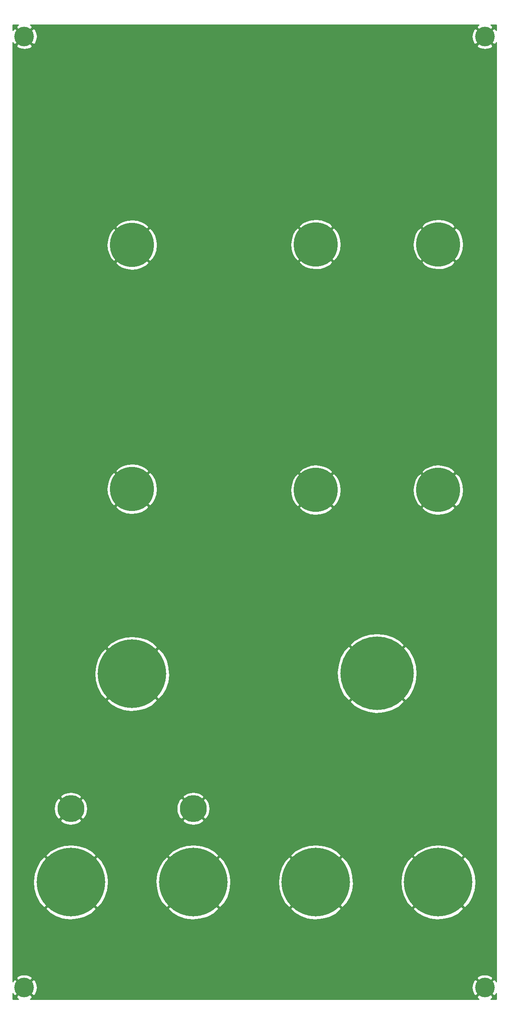
<source format=gbr>
G04 #@! TF.GenerationSoftware,KiCad,Pcbnew,5.1.6-c6e7f7d~87~ubuntu20.04.1*
G04 #@! TF.CreationDate,2020-08-28T15:15:28-04:00*
G04 #@! TF.ProjectId,gategrinder_panel,67617465-6772-4696-9e64-65725f70616e,rev?*
G04 #@! TF.SameCoordinates,Original*
G04 #@! TF.FileFunction,Copper,L1,Top*
G04 #@! TF.FilePolarity,Positive*
%FSLAX46Y46*%
G04 Gerber Fmt 4.6, Leading zero omitted, Abs format (unit mm)*
G04 Created by KiCad (PCBNEW 5.1.6-c6e7f7d~87~ubuntu20.04.1) date 2020-08-28 15:15:28*
%MOMM*%
%LPD*%
G01*
G04 APERTURE LIST*
G04 #@! TA.AperFunction,ComponentPad*
%ADD10C,14.000000*%
G04 #@! TD*
G04 #@! TA.AperFunction,ComponentPad*
%ADD11C,9.000000*%
G04 #@! TD*
G04 #@! TA.AperFunction,ComponentPad*
%ADD12C,4.000000*%
G04 #@! TD*
G04 #@! TA.AperFunction,ComponentPad*
%ADD13C,5.500000*%
G04 #@! TD*
G04 #@! TA.AperFunction,ComponentPad*
%ADD14C,15.000000*%
G04 #@! TD*
G04 #@! TA.AperFunction,Conductor*
%ADD15C,0.254000*%
G04 #@! TD*
G04 APERTURE END LIST*
D10*
X102500000Y-175500000D03*
D11*
X177500000Y-95500000D03*
D10*
X177500000Y-175500000D03*
D12*
X187000000Y-3000000D03*
D11*
X152500000Y-95500000D03*
D10*
X127500000Y-175500000D03*
D12*
X93000000Y-3000000D03*
D13*
X102500000Y-160500000D03*
D11*
X115000000Y-95300000D03*
X152500000Y-45400000D03*
D10*
X152500000Y-175500000D03*
D12*
X187000000Y-197000000D03*
D13*
X127500000Y-160500000D03*
D11*
X115000000Y-45500000D03*
X177500000Y-45400000D03*
D10*
X115000000Y-133000000D03*
D14*
X165000000Y-132900000D03*
D12*
X93000000Y-197000000D03*
D15*
G36*
X91548228Y-785742D02*
G01*
X91332106Y-1152501D01*
X93000000Y-2820395D01*
X94667894Y-1152501D01*
X94451772Y-785742D01*
X94211512Y-660000D01*
X185783476Y-660000D01*
X185548228Y-785742D01*
X185332106Y-1152501D01*
X187000000Y-2820395D01*
X188667894Y-1152501D01*
X188451772Y-785742D01*
X188211512Y-660000D01*
X189340000Y-660000D01*
X189340000Y-1783476D01*
X189214258Y-1548228D01*
X188847499Y-1332106D01*
X187179605Y-3000000D01*
X188847499Y-4667894D01*
X189214258Y-4451772D01*
X189340000Y-4211512D01*
X189340001Y-195783478D01*
X189214258Y-195548228D01*
X188847499Y-195332106D01*
X187179605Y-197000000D01*
X188847499Y-198667894D01*
X189214258Y-198451772D01*
X189340001Y-198211510D01*
X189340001Y-199340000D01*
X188216524Y-199340000D01*
X188451772Y-199214258D01*
X188667894Y-198847499D01*
X187000000Y-197179605D01*
X185332106Y-198847499D01*
X185548228Y-199214258D01*
X185788488Y-199340000D01*
X94216524Y-199340000D01*
X94451772Y-199214258D01*
X94667894Y-198847499D01*
X93000000Y-197179605D01*
X91332106Y-198847499D01*
X91548228Y-199214258D01*
X91788488Y-199340000D01*
X90660000Y-199340000D01*
X90660000Y-198216524D01*
X90785742Y-198451772D01*
X91152501Y-198667894D01*
X92820395Y-197000000D01*
X93179605Y-197000000D01*
X94847499Y-198667894D01*
X95214258Y-198451772D01*
X95454938Y-197991895D01*
X95601275Y-197493902D01*
X95643509Y-197023071D01*
X184352352Y-197023071D01*
X184407727Y-197539159D01*
X184562721Y-198034526D01*
X184785742Y-198451772D01*
X185152501Y-198667894D01*
X186820395Y-197000000D01*
X185152501Y-195332106D01*
X184785742Y-195548228D01*
X184545062Y-196008105D01*
X184398725Y-196506098D01*
X184352352Y-197023071D01*
X95643509Y-197023071D01*
X95647648Y-196976929D01*
X95592273Y-196460841D01*
X95437279Y-195965474D01*
X95214258Y-195548228D01*
X94847499Y-195332106D01*
X93179605Y-197000000D01*
X92820395Y-197000000D01*
X91152501Y-195332106D01*
X90785742Y-195548228D01*
X90660000Y-195788488D01*
X90660000Y-195152501D01*
X91332106Y-195152501D01*
X93000000Y-196820395D01*
X94667894Y-195152501D01*
X185332106Y-195152501D01*
X187000000Y-196820395D01*
X188667894Y-195152501D01*
X188451772Y-194785742D01*
X187991895Y-194545062D01*
X187493902Y-194398725D01*
X186976929Y-194352352D01*
X186460841Y-194407727D01*
X185965474Y-194562721D01*
X185548228Y-194785742D01*
X185332106Y-195152501D01*
X94667894Y-195152501D01*
X94451772Y-194785742D01*
X93991895Y-194545062D01*
X93493902Y-194398725D01*
X92976929Y-194352352D01*
X92460841Y-194407727D01*
X91965474Y-194562721D01*
X91548228Y-194785742D01*
X91332106Y-195152501D01*
X90660000Y-195152501D01*
X90660000Y-180901674D01*
X97277932Y-180901674D01*
X98093908Y-181780530D01*
X99403840Y-182519437D01*
X100832756Y-182988591D01*
X102325743Y-183169963D01*
X103825428Y-183056583D01*
X105274176Y-182652807D01*
X106616314Y-181974153D01*
X106906092Y-181780530D01*
X107722068Y-180901674D01*
X122277932Y-180901674D01*
X123093908Y-181780530D01*
X124403840Y-182519437D01*
X125832756Y-182988591D01*
X127325743Y-183169963D01*
X128825428Y-183056583D01*
X130274176Y-182652807D01*
X131616314Y-181974153D01*
X131906092Y-181780530D01*
X132722068Y-180901674D01*
X147277932Y-180901674D01*
X148093908Y-181780530D01*
X149403840Y-182519437D01*
X150832756Y-182988591D01*
X152325743Y-183169963D01*
X153825428Y-183056583D01*
X155274176Y-182652807D01*
X156616314Y-181974153D01*
X156906092Y-181780530D01*
X157722068Y-180901674D01*
X172277932Y-180901674D01*
X173093908Y-181780530D01*
X174403840Y-182519437D01*
X175832756Y-182988591D01*
X177325743Y-183169963D01*
X178825428Y-183056583D01*
X180274176Y-182652807D01*
X181616314Y-181974153D01*
X181906092Y-181780530D01*
X182722068Y-180901674D01*
X177500000Y-175679605D01*
X172277932Y-180901674D01*
X157722068Y-180901674D01*
X152500000Y-175679605D01*
X147277932Y-180901674D01*
X132722068Y-180901674D01*
X127500000Y-175679605D01*
X122277932Y-180901674D01*
X107722068Y-180901674D01*
X102500000Y-175679605D01*
X97277932Y-180901674D01*
X90660000Y-180901674D01*
X90660000Y-175325743D01*
X94830037Y-175325743D01*
X94943417Y-176825428D01*
X95347193Y-178274176D01*
X96025847Y-179616314D01*
X96219470Y-179906092D01*
X97098326Y-180722068D01*
X102320395Y-175500000D01*
X102679605Y-175500000D01*
X107901674Y-180722068D01*
X108780530Y-179906092D01*
X109519437Y-178596160D01*
X109988591Y-177167244D01*
X110169963Y-175674257D01*
X110143615Y-175325743D01*
X119830037Y-175325743D01*
X119943417Y-176825428D01*
X120347193Y-178274176D01*
X121025847Y-179616314D01*
X121219470Y-179906092D01*
X122098326Y-180722068D01*
X127320395Y-175500000D01*
X127679605Y-175500000D01*
X132901674Y-180722068D01*
X133780530Y-179906092D01*
X134519437Y-178596160D01*
X134988591Y-177167244D01*
X135169963Y-175674257D01*
X135143615Y-175325743D01*
X144830037Y-175325743D01*
X144943417Y-176825428D01*
X145347193Y-178274176D01*
X146025847Y-179616314D01*
X146219470Y-179906092D01*
X147098326Y-180722068D01*
X152320395Y-175500000D01*
X152679605Y-175500000D01*
X157901674Y-180722068D01*
X158780530Y-179906092D01*
X159519437Y-178596160D01*
X159988591Y-177167244D01*
X160169963Y-175674257D01*
X160143615Y-175325743D01*
X169830037Y-175325743D01*
X169943417Y-176825428D01*
X170347193Y-178274176D01*
X171025847Y-179616314D01*
X171219470Y-179906092D01*
X172098326Y-180722068D01*
X177320395Y-175500000D01*
X177679605Y-175500000D01*
X182901674Y-180722068D01*
X183780530Y-179906092D01*
X184519437Y-178596160D01*
X184988591Y-177167244D01*
X185169963Y-175674257D01*
X185056583Y-174174572D01*
X184652807Y-172725824D01*
X183974153Y-171383686D01*
X183780530Y-171093908D01*
X182901674Y-170277932D01*
X177679605Y-175500000D01*
X177320395Y-175500000D01*
X172098326Y-170277932D01*
X171219470Y-171093908D01*
X170480563Y-172403840D01*
X170011409Y-173832756D01*
X169830037Y-175325743D01*
X160143615Y-175325743D01*
X160056583Y-174174572D01*
X159652807Y-172725824D01*
X158974153Y-171383686D01*
X158780530Y-171093908D01*
X157901674Y-170277932D01*
X152679605Y-175500000D01*
X152320395Y-175500000D01*
X147098326Y-170277932D01*
X146219470Y-171093908D01*
X145480563Y-172403840D01*
X145011409Y-173832756D01*
X144830037Y-175325743D01*
X135143615Y-175325743D01*
X135056583Y-174174572D01*
X134652807Y-172725824D01*
X133974153Y-171383686D01*
X133780530Y-171093908D01*
X132901674Y-170277932D01*
X127679605Y-175500000D01*
X127320395Y-175500000D01*
X122098326Y-170277932D01*
X121219470Y-171093908D01*
X120480563Y-172403840D01*
X120011409Y-173832756D01*
X119830037Y-175325743D01*
X110143615Y-175325743D01*
X110056583Y-174174572D01*
X109652807Y-172725824D01*
X108974153Y-171383686D01*
X108780530Y-171093908D01*
X107901674Y-170277932D01*
X102679605Y-175500000D01*
X102320395Y-175500000D01*
X97098326Y-170277932D01*
X96219470Y-171093908D01*
X95480563Y-172403840D01*
X95011409Y-173832756D01*
X94830037Y-175325743D01*
X90660000Y-175325743D01*
X90660000Y-170098326D01*
X97277932Y-170098326D01*
X102500000Y-175320395D01*
X107722068Y-170098326D01*
X122277932Y-170098326D01*
X127500000Y-175320395D01*
X132722068Y-170098326D01*
X147277932Y-170098326D01*
X152500000Y-175320395D01*
X157722068Y-170098326D01*
X172277932Y-170098326D01*
X177500000Y-175320395D01*
X182722068Y-170098326D01*
X181906092Y-169219470D01*
X180596160Y-168480563D01*
X179167244Y-168011409D01*
X177674257Y-167830037D01*
X176174572Y-167943417D01*
X174725824Y-168347193D01*
X173383686Y-169025847D01*
X173093908Y-169219470D01*
X172277932Y-170098326D01*
X157722068Y-170098326D01*
X156906092Y-169219470D01*
X155596160Y-168480563D01*
X154167244Y-168011409D01*
X152674257Y-167830037D01*
X151174572Y-167943417D01*
X149725824Y-168347193D01*
X148383686Y-169025847D01*
X148093908Y-169219470D01*
X147277932Y-170098326D01*
X132722068Y-170098326D01*
X131906092Y-169219470D01*
X130596160Y-168480563D01*
X129167244Y-168011409D01*
X127674257Y-167830037D01*
X126174572Y-167943417D01*
X124725824Y-168347193D01*
X123383686Y-169025847D01*
X123093908Y-169219470D01*
X122277932Y-170098326D01*
X107722068Y-170098326D01*
X106906092Y-169219470D01*
X105596160Y-168480563D01*
X104167244Y-168011409D01*
X102674257Y-167830037D01*
X101174572Y-167943417D01*
X99725824Y-168347193D01*
X98383686Y-169025847D01*
X98093908Y-169219470D01*
X97277932Y-170098326D01*
X90660000Y-170098326D01*
X90660000Y-162880928D01*
X100298677Y-162880928D01*
X100604859Y-163324503D01*
X101192306Y-163639954D01*
X101830008Y-163834740D01*
X102493457Y-163901372D01*
X103157158Y-163837292D01*
X103795605Y-163644962D01*
X104384262Y-163331772D01*
X104395141Y-163324503D01*
X104701323Y-162880928D01*
X125298677Y-162880928D01*
X125604859Y-163324503D01*
X126192306Y-163639954D01*
X126830008Y-163834740D01*
X127493457Y-163901372D01*
X128157158Y-163837292D01*
X128795605Y-163644962D01*
X129384262Y-163331772D01*
X129395141Y-163324503D01*
X129701323Y-162880928D01*
X127500000Y-160679605D01*
X125298677Y-162880928D01*
X104701323Y-162880928D01*
X102500000Y-160679605D01*
X100298677Y-162880928D01*
X90660000Y-162880928D01*
X90660000Y-160493457D01*
X99098628Y-160493457D01*
X99162708Y-161157158D01*
X99355038Y-161795605D01*
X99668228Y-162384262D01*
X99675497Y-162395141D01*
X100119072Y-162701323D01*
X102320395Y-160500000D01*
X102679605Y-160500000D01*
X104880928Y-162701323D01*
X105324503Y-162395141D01*
X105639954Y-161807694D01*
X105834740Y-161169992D01*
X105901372Y-160506543D01*
X105900109Y-160493457D01*
X124098628Y-160493457D01*
X124162708Y-161157158D01*
X124355038Y-161795605D01*
X124668228Y-162384262D01*
X124675497Y-162395141D01*
X125119072Y-162701323D01*
X127320395Y-160500000D01*
X127679605Y-160500000D01*
X129880928Y-162701323D01*
X130324503Y-162395141D01*
X130639954Y-161807694D01*
X130834740Y-161169992D01*
X130901372Y-160506543D01*
X130837292Y-159842842D01*
X130644962Y-159204395D01*
X130331772Y-158615738D01*
X130324503Y-158604859D01*
X129880928Y-158298677D01*
X127679605Y-160500000D01*
X127320395Y-160500000D01*
X125119072Y-158298677D01*
X124675497Y-158604859D01*
X124360046Y-159192306D01*
X124165260Y-159830008D01*
X124098628Y-160493457D01*
X105900109Y-160493457D01*
X105837292Y-159842842D01*
X105644962Y-159204395D01*
X105331772Y-158615738D01*
X105324503Y-158604859D01*
X104880928Y-158298677D01*
X102679605Y-160500000D01*
X102320395Y-160500000D01*
X100119072Y-158298677D01*
X99675497Y-158604859D01*
X99360046Y-159192306D01*
X99165260Y-159830008D01*
X99098628Y-160493457D01*
X90660000Y-160493457D01*
X90660000Y-158119072D01*
X100298677Y-158119072D01*
X102500000Y-160320395D01*
X104701323Y-158119072D01*
X125298677Y-158119072D01*
X127500000Y-160320395D01*
X129701323Y-158119072D01*
X129395141Y-157675497D01*
X128807694Y-157360046D01*
X128169992Y-157165260D01*
X127506543Y-157098628D01*
X126842842Y-157162708D01*
X126204395Y-157355038D01*
X125615738Y-157668228D01*
X125604859Y-157675497D01*
X125298677Y-158119072D01*
X104701323Y-158119072D01*
X104395141Y-157675497D01*
X103807694Y-157360046D01*
X103169992Y-157165260D01*
X102506543Y-157098628D01*
X101842842Y-157162708D01*
X101204395Y-157355038D01*
X100615738Y-157668228D01*
X100604859Y-157675497D01*
X100298677Y-158119072D01*
X90660000Y-158119072D01*
X90660000Y-138401674D01*
X109777932Y-138401674D01*
X110593908Y-139280530D01*
X111903840Y-140019437D01*
X113332756Y-140488591D01*
X114825743Y-140669963D01*
X116325428Y-140556583D01*
X117774176Y-140152807D01*
X119116314Y-139474153D01*
X119406092Y-139280530D01*
X119985023Y-138656985D01*
X159422620Y-138656985D01*
X160298556Y-139587048D01*
X161693471Y-140375765D01*
X163215454Y-140877192D01*
X164806017Y-141072060D01*
X166404033Y-140952881D01*
X167948094Y-140524234D01*
X169378861Y-139802592D01*
X169701444Y-139587048D01*
X170577380Y-138656985D01*
X165000000Y-133079605D01*
X159422620Y-138656985D01*
X119985023Y-138656985D01*
X120222068Y-138401674D01*
X115000000Y-133179605D01*
X109777932Y-138401674D01*
X90660000Y-138401674D01*
X90660000Y-132825743D01*
X107330037Y-132825743D01*
X107443417Y-134325428D01*
X107847193Y-135774176D01*
X108525847Y-137116314D01*
X108719470Y-137406092D01*
X109598326Y-138222068D01*
X114820395Y-133000000D01*
X115179605Y-133000000D01*
X120401674Y-138222068D01*
X121280530Y-137406092D01*
X122019437Y-136096160D01*
X122488591Y-134667244D01*
X122669963Y-133174257D01*
X122634563Y-132706017D01*
X156827940Y-132706017D01*
X156947119Y-134304033D01*
X157375766Y-135848094D01*
X158097408Y-137278861D01*
X158312952Y-137601444D01*
X159243015Y-138477380D01*
X164820395Y-132900000D01*
X165179605Y-132900000D01*
X170756985Y-138477380D01*
X171687048Y-137601444D01*
X172475765Y-136206529D01*
X172977192Y-134684546D01*
X173172060Y-133093983D01*
X173052881Y-131495967D01*
X172624234Y-129951906D01*
X171902592Y-128521139D01*
X171687048Y-128198556D01*
X170756985Y-127322620D01*
X165179605Y-132900000D01*
X164820395Y-132900000D01*
X159243015Y-127322620D01*
X158312952Y-128198556D01*
X157524235Y-129593471D01*
X157022808Y-131115454D01*
X156827940Y-132706017D01*
X122634563Y-132706017D01*
X122556583Y-131674572D01*
X122152807Y-130225824D01*
X121474153Y-128883686D01*
X121280530Y-128593908D01*
X120401674Y-127777932D01*
X115179605Y-133000000D01*
X114820395Y-133000000D01*
X109598326Y-127777932D01*
X108719470Y-128593908D01*
X107980563Y-129903840D01*
X107511409Y-131332756D01*
X107330037Y-132825743D01*
X90660000Y-132825743D01*
X90660000Y-127598326D01*
X109777932Y-127598326D01*
X115000000Y-132820395D01*
X120222068Y-127598326D01*
X119799334Y-127143015D01*
X159422620Y-127143015D01*
X165000000Y-132720395D01*
X170577380Y-127143015D01*
X169701444Y-126212952D01*
X168306529Y-125424235D01*
X166784546Y-124922808D01*
X165193983Y-124727940D01*
X163595967Y-124847119D01*
X162051906Y-125275766D01*
X160621139Y-125997408D01*
X160298556Y-126212952D01*
X159422620Y-127143015D01*
X119799334Y-127143015D01*
X119406092Y-126719470D01*
X118096160Y-125980563D01*
X116667244Y-125511409D01*
X115174257Y-125330037D01*
X113674572Y-125443417D01*
X112225824Y-125847193D01*
X110883686Y-126525847D01*
X110593908Y-126719470D01*
X109777932Y-127598326D01*
X90660000Y-127598326D01*
X90660000Y-98924971D01*
X111554634Y-98924971D01*
X112070783Y-99547788D01*
X112955768Y-100037630D01*
X113919314Y-100345407D01*
X114924389Y-100459293D01*
X115932370Y-100374910D01*
X116904520Y-100095501D01*
X117803481Y-99631803D01*
X117929217Y-99547788D01*
X118279619Y-99124971D01*
X149054634Y-99124971D01*
X149570783Y-99747788D01*
X150455768Y-100237630D01*
X151419314Y-100545407D01*
X152424389Y-100659293D01*
X153432370Y-100574910D01*
X154404520Y-100295501D01*
X155303481Y-99831803D01*
X155429217Y-99747788D01*
X155945366Y-99124971D01*
X174054634Y-99124971D01*
X174570783Y-99747788D01*
X175455768Y-100237630D01*
X176419314Y-100545407D01*
X177424389Y-100659293D01*
X178432370Y-100574910D01*
X179404520Y-100295501D01*
X180303481Y-99831803D01*
X180429217Y-99747788D01*
X180945366Y-99124971D01*
X177500000Y-95679605D01*
X174054634Y-99124971D01*
X155945366Y-99124971D01*
X152500000Y-95679605D01*
X149054634Y-99124971D01*
X118279619Y-99124971D01*
X118445366Y-98924971D01*
X115000000Y-95479605D01*
X111554634Y-98924971D01*
X90660000Y-98924971D01*
X90660000Y-95224389D01*
X109840707Y-95224389D01*
X109925090Y-96232370D01*
X110204499Y-97204520D01*
X110668197Y-98103481D01*
X110752212Y-98229217D01*
X111375029Y-98745366D01*
X114820395Y-95300000D01*
X115179605Y-95300000D01*
X118624971Y-98745366D01*
X119247788Y-98229217D01*
X119737630Y-97344232D01*
X120045407Y-96380686D01*
X120153765Y-95424389D01*
X147340707Y-95424389D01*
X147425090Y-96432370D01*
X147704499Y-97404520D01*
X148168197Y-98303481D01*
X148252212Y-98429217D01*
X148875029Y-98945366D01*
X152320395Y-95500000D01*
X152679605Y-95500000D01*
X156124971Y-98945366D01*
X156747788Y-98429217D01*
X157237630Y-97544232D01*
X157545407Y-96580686D01*
X157659293Y-95575611D01*
X157646634Y-95424389D01*
X172340707Y-95424389D01*
X172425090Y-96432370D01*
X172704499Y-97404520D01*
X173168197Y-98303481D01*
X173252212Y-98429217D01*
X173875029Y-98945366D01*
X177320395Y-95500000D01*
X177679605Y-95500000D01*
X181124971Y-98945366D01*
X181747788Y-98429217D01*
X182237630Y-97544232D01*
X182545407Y-96580686D01*
X182659293Y-95575611D01*
X182574910Y-94567630D01*
X182295501Y-93595480D01*
X181831803Y-92696519D01*
X181747788Y-92570783D01*
X181124971Y-92054634D01*
X177679605Y-95500000D01*
X177320395Y-95500000D01*
X173875029Y-92054634D01*
X173252212Y-92570783D01*
X172762370Y-93455768D01*
X172454593Y-94419314D01*
X172340707Y-95424389D01*
X157646634Y-95424389D01*
X157574910Y-94567630D01*
X157295501Y-93595480D01*
X156831803Y-92696519D01*
X156747788Y-92570783D01*
X156124971Y-92054634D01*
X152679605Y-95500000D01*
X152320395Y-95500000D01*
X148875029Y-92054634D01*
X148252212Y-92570783D01*
X147762370Y-93455768D01*
X147454593Y-94419314D01*
X147340707Y-95424389D01*
X120153765Y-95424389D01*
X120159293Y-95375611D01*
X120074910Y-94367630D01*
X119795501Y-93395480D01*
X119331803Y-92496519D01*
X119247788Y-92370783D01*
X118649581Y-91875029D01*
X149054634Y-91875029D01*
X152500000Y-95320395D01*
X155945366Y-91875029D01*
X174054634Y-91875029D01*
X177500000Y-95320395D01*
X180945366Y-91875029D01*
X180429217Y-91252212D01*
X179544232Y-90762370D01*
X178580686Y-90454593D01*
X177575611Y-90340707D01*
X176567630Y-90425090D01*
X175595480Y-90704499D01*
X174696519Y-91168197D01*
X174570783Y-91252212D01*
X174054634Y-91875029D01*
X155945366Y-91875029D01*
X155429217Y-91252212D01*
X154544232Y-90762370D01*
X153580686Y-90454593D01*
X152575611Y-90340707D01*
X151567630Y-90425090D01*
X150595480Y-90704499D01*
X149696519Y-91168197D01*
X149570783Y-91252212D01*
X149054634Y-91875029D01*
X118649581Y-91875029D01*
X118624971Y-91854634D01*
X115179605Y-95300000D01*
X114820395Y-95300000D01*
X111375029Y-91854634D01*
X110752212Y-92370783D01*
X110262370Y-93255768D01*
X109954593Y-94219314D01*
X109840707Y-95224389D01*
X90660000Y-95224389D01*
X90660000Y-91675029D01*
X111554634Y-91675029D01*
X115000000Y-95120395D01*
X118445366Y-91675029D01*
X117929217Y-91052212D01*
X117044232Y-90562370D01*
X116080686Y-90254593D01*
X115075611Y-90140707D01*
X114067630Y-90225090D01*
X113095480Y-90504499D01*
X112196519Y-90968197D01*
X112070783Y-91052212D01*
X111554634Y-91675029D01*
X90660000Y-91675029D01*
X90660000Y-49124971D01*
X111554634Y-49124971D01*
X112070783Y-49747788D01*
X112955768Y-50237630D01*
X113919314Y-50545407D01*
X114924389Y-50659293D01*
X115932370Y-50574910D01*
X116904520Y-50295501D01*
X117803481Y-49831803D01*
X117929217Y-49747788D01*
X118445366Y-49124971D01*
X118345366Y-49024971D01*
X149054634Y-49024971D01*
X149570783Y-49647788D01*
X150455768Y-50137630D01*
X151419314Y-50445407D01*
X152424389Y-50559293D01*
X153432370Y-50474910D01*
X154404520Y-50195501D01*
X155303481Y-49731803D01*
X155429217Y-49647788D01*
X155945366Y-49024971D01*
X174054634Y-49024971D01*
X174570783Y-49647788D01*
X175455768Y-50137630D01*
X176419314Y-50445407D01*
X177424389Y-50559293D01*
X178432370Y-50474910D01*
X179404520Y-50195501D01*
X180303481Y-49731803D01*
X180429217Y-49647788D01*
X180945366Y-49024971D01*
X177500000Y-45579605D01*
X174054634Y-49024971D01*
X155945366Y-49024971D01*
X152500000Y-45579605D01*
X149054634Y-49024971D01*
X118345366Y-49024971D01*
X115000000Y-45679605D01*
X111554634Y-49124971D01*
X90660000Y-49124971D01*
X90660000Y-45424389D01*
X109840707Y-45424389D01*
X109925090Y-46432370D01*
X110204499Y-47404520D01*
X110668197Y-48303481D01*
X110752212Y-48429217D01*
X111375029Y-48945366D01*
X114820395Y-45500000D01*
X115179605Y-45500000D01*
X118624971Y-48945366D01*
X119247788Y-48429217D01*
X119737630Y-47544232D01*
X120045407Y-46580686D01*
X120159293Y-45575611D01*
X120138262Y-45324389D01*
X147340707Y-45324389D01*
X147425090Y-46332370D01*
X147704499Y-47304520D01*
X148168197Y-48203481D01*
X148252212Y-48329217D01*
X148875029Y-48845366D01*
X152320395Y-45400000D01*
X152679605Y-45400000D01*
X156124971Y-48845366D01*
X156747788Y-48329217D01*
X157237630Y-47444232D01*
X157545407Y-46480686D01*
X157659293Y-45475611D01*
X157646634Y-45324389D01*
X172340707Y-45324389D01*
X172425090Y-46332370D01*
X172704499Y-47304520D01*
X173168197Y-48203481D01*
X173252212Y-48329217D01*
X173875029Y-48845366D01*
X177320395Y-45400000D01*
X177679605Y-45400000D01*
X181124971Y-48845366D01*
X181747788Y-48329217D01*
X182237630Y-47444232D01*
X182545407Y-46480686D01*
X182659293Y-45475611D01*
X182574910Y-44467630D01*
X182295501Y-43495480D01*
X181831803Y-42596519D01*
X181747788Y-42470783D01*
X181124971Y-41954634D01*
X177679605Y-45400000D01*
X177320395Y-45400000D01*
X173875029Y-41954634D01*
X173252212Y-42470783D01*
X172762370Y-43355768D01*
X172454593Y-44319314D01*
X172340707Y-45324389D01*
X157646634Y-45324389D01*
X157574910Y-44467630D01*
X157295501Y-43495480D01*
X156831803Y-42596519D01*
X156747788Y-42470783D01*
X156124971Y-41954634D01*
X152679605Y-45400000D01*
X152320395Y-45400000D01*
X148875029Y-41954634D01*
X148252212Y-42470783D01*
X147762370Y-43355768D01*
X147454593Y-44319314D01*
X147340707Y-45324389D01*
X120138262Y-45324389D01*
X120074910Y-44567630D01*
X119795501Y-43595480D01*
X119331803Y-42696519D01*
X119247788Y-42570783D01*
X118624971Y-42054634D01*
X115179605Y-45500000D01*
X114820395Y-45500000D01*
X111375029Y-42054634D01*
X110752212Y-42570783D01*
X110262370Y-43455768D01*
X109954593Y-44419314D01*
X109840707Y-45424389D01*
X90660000Y-45424389D01*
X90660000Y-41875029D01*
X111554634Y-41875029D01*
X115000000Y-45320395D01*
X118445366Y-41875029D01*
X118362493Y-41775029D01*
X149054634Y-41775029D01*
X152500000Y-45220395D01*
X155945366Y-41775029D01*
X174054634Y-41775029D01*
X177500000Y-45220395D01*
X180945366Y-41775029D01*
X180429217Y-41152212D01*
X179544232Y-40662370D01*
X178580686Y-40354593D01*
X177575611Y-40240707D01*
X176567630Y-40325090D01*
X175595480Y-40604499D01*
X174696519Y-41068197D01*
X174570783Y-41152212D01*
X174054634Y-41775029D01*
X155945366Y-41775029D01*
X155429217Y-41152212D01*
X154544232Y-40662370D01*
X153580686Y-40354593D01*
X152575611Y-40240707D01*
X151567630Y-40325090D01*
X150595480Y-40604499D01*
X149696519Y-41068197D01*
X149570783Y-41152212D01*
X149054634Y-41775029D01*
X118362493Y-41775029D01*
X117929217Y-41252212D01*
X117044232Y-40762370D01*
X116080686Y-40454593D01*
X115075611Y-40340707D01*
X114067630Y-40425090D01*
X113095480Y-40704499D01*
X112196519Y-41168197D01*
X112070783Y-41252212D01*
X111554634Y-41875029D01*
X90660000Y-41875029D01*
X90660000Y-4847499D01*
X91332106Y-4847499D01*
X91548228Y-5214258D01*
X92008105Y-5454938D01*
X92506098Y-5601275D01*
X93023071Y-5647648D01*
X93539159Y-5592273D01*
X94034526Y-5437279D01*
X94451772Y-5214258D01*
X94667894Y-4847499D01*
X185332106Y-4847499D01*
X185548228Y-5214258D01*
X186008105Y-5454938D01*
X186506098Y-5601275D01*
X187023071Y-5647648D01*
X187539159Y-5592273D01*
X188034526Y-5437279D01*
X188451772Y-5214258D01*
X188667894Y-4847499D01*
X187000000Y-3179605D01*
X185332106Y-4847499D01*
X94667894Y-4847499D01*
X93000000Y-3179605D01*
X91332106Y-4847499D01*
X90660000Y-4847499D01*
X90660000Y-4216524D01*
X90785742Y-4451772D01*
X91152501Y-4667894D01*
X92820395Y-3000000D01*
X93179605Y-3000000D01*
X94847499Y-4667894D01*
X95214258Y-4451772D01*
X95454938Y-3991895D01*
X95601275Y-3493902D01*
X95643509Y-3023071D01*
X184352352Y-3023071D01*
X184407727Y-3539159D01*
X184562721Y-4034526D01*
X184785742Y-4451772D01*
X185152501Y-4667894D01*
X186820395Y-3000000D01*
X185152501Y-1332106D01*
X184785742Y-1548228D01*
X184545062Y-2008105D01*
X184398725Y-2506098D01*
X184352352Y-3023071D01*
X95643509Y-3023071D01*
X95647648Y-2976929D01*
X95592273Y-2460841D01*
X95437279Y-1965474D01*
X95214258Y-1548228D01*
X94847499Y-1332106D01*
X93179605Y-3000000D01*
X92820395Y-3000000D01*
X91152501Y-1332106D01*
X90785742Y-1548228D01*
X90660000Y-1788488D01*
X90660000Y-660000D01*
X91783476Y-660000D01*
X91548228Y-785742D01*
G37*
X91548228Y-785742D02*
X91332106Y-1152501D01*
X93000000Y-2820395D01*
X94667894Y-1152501D01*
X94451772Y-785742D01*
X94211512Y-660000D01*
X185783476Y-660000D01*
X185548228Y-785742D01*
X185332106Y-1152501D01*
X187000000Y-2820395D01*
X188667894Y-1152501D01*
X188451772Y-785742D01*
X188211512Y-660000D01*
X189340000Y-660000D01*
X189340000Y-1783476D01*
X189214258Y-1548228D01*
X188847499Y-1332106D01*
X187179605Y-3000000D01*
X188847499Y-4667894D01*
X189214258Y-4451772D01*
X189340000Y-4211512D01*
X189340001Y-195783478D01*
X189214258Y-195548228D01*
X188847499Y-195332106D01*
X187179605Y-197000000D01*
X188847499Y-198667894D01*
X189214258Y-198451772D01*
X189340001Y-198211510D01*
X189340001Y-199340000D01*
X188216524Y-199340000D01*
X188451772Y-199214258D01*
X188667894Y-198847499D01*
X187000000Y-197179605D01*
X185332106Y-198847499D01*
X185548228Y-199214258D01*
X185788488Y-199340000D01*
X94216524Y-199340000D01*
X94451772Y-199214258D01*
X94667894Y-198847499D01*
X93000000Y-197179605D01*
X91332106Y-198847499D01*
X91548228Y-199214258D01*
X91788488Y-199340000D01*
X90660000Y-199340000D01*
X90660000Y-198216524D01*
X90785742Y-198451772D01*
X91152501Y-198667894D01*
X92820395Y-197000000D01*
X93179605Y-197000000D01*
X94847499Y-198667894D01*
X95214258Y-198451772D01*
X95454938Y-197991895D01*
X95601275Y-197493902D01*
X95643509Y-197023071D01*
X184352352Y-197023071D01*
X184407727Y-197539159D01*
X184562721Y-198034526D01*
X184785742Y-198451772D01*
X185152501Y-198667894D01*
X186820395Y-197000000D01*
X185152501Y-195332106D01*
X184785742Y-195548228D01*
X184545062Y-196008105D01*
X184398725Y-196506098D01*
X184352352Y-197023071D01*
X95643509Y-197023071D01*
X95647648Y-196976929D01*
X95592273Y-196460841D01*
X95437279Y-195965474D01*
X95214258Y-195548228D01*
X94847499Y-195332106D01*
X93179605Y-197000000D01*
X92820395Y-197000000D01*
X91152501Y-195332106D01*
X90785742Y-195548228D01*
X90660000Y-195788488D01*
X90660000Y-195152501D01*
X91332106Y-195152501D01*
X93000000Y-196820395D01*
X94667894Y-195152501D01*
X185332106Y-195152501D01*
X187000000Y-196820395D01*
X188667894Y-195152501D01*
X188451772Y-194785742D01*
X187991895Y-194545062D01*
X187493902Y-194398725D01*
X186976929Y-194352352D01*
X186460841Y-194407727D01*
X185965474Y-194562721D01*
X185548228Y-194785742D01*
X185332106Y-195152501D01*
X94667894Y-195152501D01*
X94451772Y-194785742D01*
X93991895Y-194545062D01*
X93493902Y-194398725D01*
X92976929Y-194352352D01*
X92460841Y-194407727D01*
X91965474Y-194562721D01*
X91548228Y-194785742D01*
X91332106Y-195152501D01*
X90660000Y-195152501D01*
X90660000Y-180901674D01*
X97277932Y-180901674D01*
X98093908Y-181780530D01*
X99403840Y-182519437D01*
X100832756Y-182988591D01*
X102325743Y-183169963D01*
X103825428Y-183056583D01*
X105274176Y-182652807D01*
X106616314Y-181974153D01*
X106906092Y-181780530D01*
X107722068Y-180901674D01*
X122277932Y-180901674D01*
X123093908Y-181780530D01*
X124403840Y-182519437D01*
X125832756Y-182988591D01*
X127325743Y-183169963D01*
X128825428Y-183056583D01*
X130274176Y-182652807D01*
X131616314Y-181974153D01*
X131906092Y-181780530D01*
X132722068Y-180901674D01*
X147277932Y-180901674D01*
X148093908Y-181780530D01*
X149403840Y-182519437D01*
X150832756Y-182988591D01*
X152325743Y-183169963D01*
X153825428Y-183056583D01*
X155274176Y-182652807D01*
X156616314Y-181974153D01*
X156906092Y-181780530D01*
X157722068Y-180901674D01*
X172277932Y-180901674D01*
X173093908Y-181780530D01*
X174403840Y-182519437D01*
X175832756Y-182988591D01*
X177325743Y-183169963D01*
X178825428Y-183056583D01*
X180274176Y-182652807D01*
X181616314Y-181974153D01*
X181906092Y-181780530D01*
X182722068Y-180901674D01*
X177500000Y-175679605D01*
X172277932Y-180901674D01*
X157722068Y-180901674D01*
X152500000Y-175679605D01*
X147277932Y-180901674D01*
X132722068Y-180901674D01*
X127500000Y-175679605D01*
X122277932Y-180901674D01*
X107722068Y-180901674D01*
X102500000Y-175679605D01*
X97277932Y-180901674D01*
X90660000Y-180901674D01*
X90660000Y-175325743D01*
X94830037Y-175325743D01*
X94943417Y-176825428D01*
X95347193Y-178274176D01*
X96025847Y-179616314D01*
X96219470Y-179906092D01*
X97098326Y-180722068D01*
X102320395Y-175500000D01*
X102679605Y-175500000D01*
X107901674Y-180722068D01*
X108780530Y-179906092D01*
X109519437Y-178596160D01*
X109988591Y-177167244D01*
X110169963Y-175674257D01*
X110143615Y-175325743D01*
X119830037Y-175325743D01*
X119943417Y-176825428D01*
X120347193Y-178274176D01*
X121025847Y-179616314D01*
X121219470Y-179906092D01*
X122098326Y-180722068D01*
X127320395Y-175500000D01*
X127679605Y-175500000D01*
X132901674Y-180722068D01*
X133780530Y-179906092D01*
X134519437Y-178596160D01*
X134988591Y-177167244D01*
X135169963Y-175674257D01*
X135143615Y-175325743D01*
X144830037Y-175325743D01*
X144943417Y-176825428D01*
X145347193Y-178274176D01*
X146025847Y-179616314D01*
X146219470Y-179906092D01*
X147098326Y-180722068D01*
X152320395Y-175500000D01*
X152679605Y-175500000D01*
X157901674Y-180722068D01*
X158780530Y-179906092D01*
X159519437Y-178596160D01*
X159988591Y-177167244D01*
X160169963Y-175674257D01*
X160143615Y-175325743D01*
X169830037Y-175325743D01*
X169943417Y-176825428D01*
X170347193Y-178274176D01*
X171025847Y-179616314D01*
X171219470Y-179906092D01*
X172098326Y-180722068D01*
X177320395Y-175500000D01*
X177679605Y-175500000D01*
X182901674Y-180722068D01*
X183780530Y-179906092D01*
X184519437Y-178596160D01*
X184988591Y-177167244D01*
X185169963Y-175674257D01*
X185056583Y-174174572D01*
X184652807Y-172725824D01*
X183974153Y-171383686D01*
X183780530Y-171093908D01*
X182901674Y-170277932D01*
X177679605Y-175500000D01*
X177320395Y-175500000D01*
X172098326Y-170277932D01*
X171219470Y-171093908D01*
X170480563Y-172403840D01*
X170011409Y-173832756D01*
X169830037Y-175325743D01*
X160143615Y-175325743D01*
X160056583Y-174174572D01*
X159652807Y-172725824D01*
X158974153Y-171383686D01*
X158780530Y-171093908D01*
X157901674Y-170277932D01*
X152679605Y-175500000D01*
X152320395Y-175500000D01*
X147098326Y-170277932D01*
X146219470Y-171093908D01*
X145480563Y-172403840D01*
X145011409Y-173832756D01*
X144830037Y-175325743D01*
X135143615Y-175325743D01*
X135056583Y-174174572D01*
X134652807Y-172725824D01*
X133974153Y-171383686D01*
X133780530Y-171093908D01*
X132901674Y-170277932D01*
X127679605Y-175500000D01*
X127320395Y-175500000D01*
X122098326Y-170277932D01*
X121219470Y-171093908D01*
X120480563Y-172403840D01*
X120011409Y-173832756D01*
X119830037Y-175325743D01*
X110143615Y-175325743D01*
X110056583Y-174174572D01*
X109652807Y-172725824D01*
X108974153Y-171383686D01*
X108780530Y-171093908D01*
X107901674Y-170277932D01*
X102679605Y-175500000D01*
X102320395Y-175500000D01*
X97098326Y-170277932D01*
X96219470Y-171093908D01*
X95480563Y-172403840D01*
X95011409Y-173832756D01*
X94830037Y-175325743D01*
X90660000Y-175325743D01*
X90660000Y-170098326D01*
X97277932Y-170098326D01*
X102500000Y-175320395D01*
X107722068Y-170098326D01*
X122277932Y-170098326D01*
X127500000Y-175320395D01*
X132722068Y-170098326D01*
X147277932Y-170098326D01*
X152500000Y-175320395D01*
X157722068Y-170098326D01*
X172277932Y-170098326D01*
X177500000Y-175320395D01*
X182722068Y-170098326D01*
X181906092Y-169219470D01*
X180596160Y-168480563D01*
X179167244Y-168011409D01*
X177674257Y-167830037D01*
X176174572Y-167943417D01*
X174725824Y-168347193D01*
X173383686Y-169025847D01*
X173093908Y-169219470D01*
X172277932Y-170098326D01*
X157722068Y-170098326D01*
X156906092Y-169219470D01*
X155596160Y-168480563D01*
X154167244Y-168011409D01*
X152674257Y-167830037D01*
X151174572Y-167943417D01*
X149725824Y-168347193D01*
X148383686Y-169025847D01*
X148093908Y-169219470D01*
X147277932Y-170098326D01*
X132722068Y-170098326D01*
X131906092Y-169219470D01*
X130596160Y-168480563D01*
X129167244Y-168011409D01*
X127674257Y-167830037D01*
X126174572Y-167943417D01*
X124725824Y-168347193D01*
X123383686Y-169025847D01*
X123093908Y-169219470D01*
X122277932Y-170098326D01*
X107722068Y-170098326D01*
X106906092Y-169219470D01*
X105596160Y-168480563D01*
X104167244Y-168011409D01*
X102674257Y-167830037D01*
X101174572Y-167943417D01*
X99725824Y-168347193D01*
X98383686Y-169025847D01*
X98093908Y-169219470D01*
X97277932Y-170098326D01*
X90660000Y-170098326D01*
X90660000Y-162880928D01*
X100298677Y-162880928D01*
X100604859Y-163324503D01*
X101192306Y-163639954D01*
X101830008Y-163834740D01*
X102493457Y-163901372D01*
X103157158Y-163837292D01*
X103795605Y-163644962D01*
X104384262Y-163331772D01*
X104395141Y-163324503D01*
X104701323Y-162880928D01*
X125298677Y-162880928D01*
X125604859Y-163324503D01*
X126192306Y-163639954D01*
X126830008Y-163834740D01*
X127493457Y-163901372D01*
X128157158Y-163837292D01*
X128795605Y-163644962D01*
X129384262Y-163331772D01*
X129395141Y-163324503D01*
X129701323Y-162880928D01*
X127500000Y-160679605D01*
X125298677Y-162880928D01*
X104701323Y-162880928D01*
X102500000Y-160679605D01*
X100298677Y-162880928D01*
X90660000Y-162880928D01*
X90660000Y-160493457D01*
X99098628Y-160493457D01*
X99162708Y-161157158D01*
X99355038Y-161795605D01*
X99668228Y-162384262D01*
X99675497Y-162395141D01*
X100119072Y-162701323D01*
X102320395Y-160500000D01*
X102679605Y-160500000D01*
X104880928Y-162701323D01*
X105324503Y-162395141D01*
X105639954Y-161807694D01*
X105834740Y-161169992D01*
X105901372Y-160506543D01*
X105900109Y-160493457D01*
X124098628Y-160493457D01*
X124162708Y-161157158D01*
X124355038Y-161795605D01*
X124668228Y-162384262D01*
X124675497Y-162395141D01*
X125119072Y-162701323D01*
X127320395Y-160500000D01*
X127679605Y-160500000D01*
X129880928Y-162701323D01*
X130324503Y-162395141D01*
X130639954Y-161807694D01*
X130834740Y-161169992D01*
X130901372Y-160506543D01*
X130837292Y-159842842D01*
X130644962Y-159204395D01*
X130331772Y-158615738D01*
X130324503Y-158604859D01*
X129880928Y-158298677D01*
X127679605Y-160500000D01*
X127320395Y-160500000D01*
X125119072Y-158298677D01*
X124675497Y-158604859D01*
X124360046Y-159192306D01*
X124165260Y-159830008D01*
X124098628Y-160493457D01*
X105900109Y-160493457D01*
X105837292Y-159842842D01*
X105644962Y-159204395D01*
X105331772Y-158615738D01*
X105324503Y-158604859D01*
X104880928Y-158298677D01*
X102679605Y-160500000D01*
X102320395Y-160500000D01*
X100119072Y-158298677D01*
X99675497Y-158604859D01*
X99360046Y-159192306D01*
X99165260Y-159830008D01*
X99098628Y-160493457D01*
X90660000Y-160493457D01*
X90660000Y-158119072D01*
X100298677Y-158119072D01*
X102500000Y-160320395D01*
X104701323Y-158119072D01*
X125298677Y-158119072D01*
X127500000Y-160320395D01*
X129701323Y-158119072D01*
X129395141Y-157675497D01*
X128807694Y-157360046D01*
X128169992Y-157165260D01*
X127506543Y-157098628D01*
X126842842Y-157162708D01*
X126204395Y-157355038D01*
X125615738Y-157668228D01*
X125604859Y-157675497D01*
X125298677Y-158119072D01*
X104701323Y-158119072D01*
X104395141Y-157675497D01*
X103807694Y-157360046D01*
X103169992Y-157165260D01*
X102506543Y-157098628D01*
X101842842Y-157162708D01*
X101204395Y-157355038D01*
X100615738Y-157668228D01*
X100604859Y-157675497D01*
X100298677Y-158119072D01*
X90660000Y-158119072D01*
X90660000Y-138401674D01*
X109777932Y-138401674D01*
X110593908Y-139280530D01*
X111903840Y-140019437D01*
X113332756Y-140488591D01*
X114825743Y-140669963D01*
X116325428Y-140556583D01*
X117774176Y-140152807D01*
X119116314Y-139474153D01*
X119406092Y-139280530D01*
X119985023Y-138656985D01*
X159422620Y-138656985D01*
X160298556Y-139587048D01*
X161693471Y-140375765D01*
X163215454Y-140877192D01*
X164806017Y-141072060D01*
X166404033Y-140952881D01*
X167948094Y-140524234D01*
X169378861Y-139802592D01*
X169701444Y-139587048D01*
X170577380Y-138656985D01*
X165000000Y-133079605D01*
X159422620Y-138656985D01*
X119985023Y-138656985D01*
X120222068Y-138401674D01*
X115000000Y-133179605D01*
X109777932Y-138401674D01*
X90660000Y-138401674D01*
X90660000Y-132825743D01*
X107330037Y-132825743D01*
X107443417Y-134325428D01*
X107847193Y-135774176D01*
X108525847Y-137116314D01*
X108719470Y-137406092D01*
X109598326Y-138222068D01*
X114820395Y-133000000D01*
X115179605Y-133000000D01*
X120401674Y-138222068D01*
X121280530Y-137406092D01*
X122019437Y-136096160D01*
X122488591Y-134667244D01*
X122669963Y-133174257D01*
X122634563Y-132706017D01*
X156827940Y-132706017D01*
X156947119Y-134304033D01*
X157375766Y-135848094D01*
X158097408Y-137278861D01*
X158312952Y-137601444D01*
X159243015Y-138477380D01*
X164820395Y-132900000D01*
X165179605Y-132900000D01*
X170756985Y-138477380D01*
X171687048Y-137601444D01*
X172475765Y-136206529D01*
X172977192Y-134684546D01*
X173172060Y-133093983D01*
X173052881Y-131495967D01*
X172624234Y-129951906D01*
X171902592Y-128521139D01*
X171687048Y-128198556D01*
X170756985Y-127322620D01*
X165179605Y-132900000D01*
X164820395Y-132900000D01*
X159243015Y-127322620D01*
X158312952Y-128198556D01*
X157524235Y-129593471D01*
X157022808Y-131115454D01*
X156827940Y-132706017D01*
X122634563Y-132706017D01*
X122556583Y-131674572D01*
X122152807Y-130225824D01*
X121474153Y-128883686D01*
X121280530Y-128593908D01*
X120401674Y-127777932D01*
X115179605Y-133000000D01*
X114820395Y-133000000D01*
X109598326Y-127777932D01*
X108719470Y-128593908D01*
X107980563Y-129903840D01*
X107511409Y-131332756D01*
X107330037Y-132825743D01*
X90660000Y-132825743D01*
X90660000Y-127598326D01*
X109777932Y-127598326D01*
X115000000Y-132820395D01*
X120222068Y-127598326D01*
X119799334Y-127143015D01*
X159422620Y-127143015D01*
X165000000Y-132720395D01*
X170577380Y-127143015D01*
X169701444Y-126212952D01*
X168306529Y-125424235D01*
X166784546Y-124922808D01*
X165193983Y-124727940D01*
X163595967Y-124847119D01*
X162051906Y-125275766D01*
X160621139Y-125997408D01*
X160298556Y-126212952D01*
X159422620Y-127143015D01*
X119799334Y-127143015D01*
X119406092Y-126719470D01*
X118096160Y-125980563D01*
X116667244Y-125511409D01*
X115174257Y-125330037D01*
X113674572Y-125443417D01*
X112225824Y-125847193D01*
X110883686Y-126525847D01*
X110593908Y-126719470D01*
X109777932Y-127598326D01*
X90660000Y-127598326D01*
X90660000Y-98924971D01*
X111554634Y-98924971D01*
X112070783Y-99547788D01*
X112955768Y-100037630D01*
X113919314Y-100345407D01*
X114924389Y-100459293D01*
X115932370Y-100374910D01*
X116904520Y-100095501D01*
X117803481Y-99631803D01*
X117929217Y-99547788D01*
X118279619Y-99124971D01*
X149054634Y-99124971D01*
X149570783Y-99747788D01*
X150455768Y-100237630D01*
X151419314Y-100545407D01*
X152424389Y-100659293D01*
X153432370Y-100574910D01*
X154404520Y-100295501D01*
X155303481Y-99831803D01*
X155429217Y-99747788D01*
X155945366Y-99124971D01*
X174054634Y-99124971D01*
X174570783Y-99747788D01*
X175455768Y-100237630D01*
X176419314Y-100545407D01*
X177424389Y-100659293D01*
X178432370Y-100574910D01*
X179404520Y-100295501D01*
X180303481Y-99831803D01*
X180429217Y-99747788D01*
X180945366Y-99124971D01*
X177500000Y-95679605D01*
X174054634Y-99124971D01*
X155945366Y-99124971D01*
X152500000Y-95679605D01*
X149054634Y-99124971D01*
X118279619Y-99124971D01*
X118445366Y-98924971D01*
X115000000Y-95479605D01*
X111554634Y-98924971D01*
X90660000Y-98924971D01*
X90660000Y-95224389D01*
X109840707Y-95224389D01*
X109925090Y-96232370D01*
X110204499Y-97204520D01*
X110668197Y-98103481D01*
X110752212Y-98229217D01*
X111375029Y-98745366D01*
X114820395Y-95300000D01*
X115179605Y-95300000D01*
X118624971Y-98745366D01*
X119247788Y-98229217D01*
X119737630Y-97344232D01*
X120045407Y-96380686D01*
X120153765Y-95424389D01*
X147340707Y-95424389D01*
X147425090Y-96432370D01*
X147704499Y-97404520D01*
X148168197Y-98303481D01*
X148252212Y-98429217D01*
X148875029Y-98945366D01*
X152320395Y-95500000D01*
X152679605Y-95500000D01*
X156124971Y-98945366D01*
X156747788Y-98429217D01*
X157237630Y-97544232D01*
X157545407Y-96580686D01*
X157659293Y-95575611D01*
X157646634Y-95424389D01*
X172340707Y-95424389D01*
X172425090Y-96432370D01*
X172704499Y-97404520D01*
X173168197Y-98303481D01*
X173252212Y-98429217D01*
X173875029Y-98945366D01*
X177320395Y-95500000D01*
X177679605Y-95500000D01*
X181124971Y-98945366D01*
X181747788Y-98429217D01*
X182237630Y-97544232D01*
X182545407Y-96580686D01*
X182659293Y-95575611D01*
X182574910Y-94567630D01*
X182295501Y-93595480D01*
X181831803Y-92696519D01*
X181747788Y-92570783D01*
X181124971Y-92054634D01*
X177679605Y-95500000D01*
X177320395Y-95500000D01*
X173875029Y-92054634D01*
X173252212Y-92570783D01*
X172762370Y-93455768D01*
X172454593Y-94419314D01*
X172340707Y-95424389D01*
X157646634Y-95424389D01*
X157574910Y-94567630D01*
X157295501Y-93595480D01*
X156831803Y-92696519D01*
X156747788Y-92570783D01*
X156124971Y-92054634D01*
X152679605Y-95500000D01*
X152320395Y-95500000D01*
X148875029Y-92054634D01*
X148252212Y-92570783D01*
X147762370Y-93455768D01*
X147454593Y-94419314D01*
X147340707Y-95424389D01*
X120153765Y-95424389D01*
X120159293Y-95375611D01*
X120074910Y-94367630D01*
X119795501Y-93395480D01*
X119331803Y-92496519D01*
X119247788Y-92370783D01*
X118649581Y-91875029D01*
X149054634Y-91875029D01*
X152500000Y-95320395D01*
X155945366Y-91875029D01*
X174054634Y-91875029D01*
X177500000Y-95320395D01*
X180945366Y-91875029D01*
X180429217Y-91252212D01*
X179544232Y-90762370D01*
X178580686Y-90454593D01*
X177575611Y-90340707D01*
X176567630Y-90425090D01*
X175595480Y-90704499D01*
X174696519Y-91168197D01*
X174570783Y-91252212D01*
X174054634Y-91875029D01*
X155945366Y-91875029D01*
X155429217Y-91252212D01*
X154544232Y-90762370D01*
X153580686Y-90454593D01*
X152575611Y-90340707D01*
X151567630Y-90425090D01*
X150595480Y-90704499D01*
X149696519Y-91168197D01*
X149570783Y-91252212D01*
X149054634Y-91875029D01*
X118649581Y-91875029D01*
X118624971Y-91854634D01*
X115179605Y-95300000D01*
X114820395Y-95300000D01*
X111375029Y-91854634D01*
X110752212Y-92370783D01*
X110262370Y-93255768D01*
X109954593Y-94219314D01*
X109840707Y-95224389D01*
X90660000Y-95224389D01*
X90660000Y-91675029D01*
X111554634Y-91675029D01*
X115000000Y-95120395D01*
X118445366Y-91675029D01*
X117929217Y-91052212D01*
X117044232Y-90562370D01*
X116080686Y-90254593D01*
X115075611Y-90140707D01*
X114067630Y-90225090D01*
X113095480Y-90504499D01*
X112196519Y-90968197D01*
X112070783Y-91052212D01*
X111554634Y-91675029D01*
X90660000Y-91675029D01*
X90660000Y-49124971D01*
X111554634Y-49124971D01*
X112070783Y-49747788D01*
X112955768Y-50237630D01*
X113919314Y-50545407D01*
X114924389Y-50659293D01*
X115932370Y-50574910D01*
X116904520Y-50295501D01*
X117803481Y-49831803D01*
X117929217Y-49747788D01*
X118445366Y-49124971D01*
X118345366Y-49024971D01*
X149054634Y-49024971D01*
X149570783Y-49647788D01*
X150455768Y-50137630D01*
X151419314Y-50445407D01*
X152424389Y-50559293D01*
X153432370Y-50474910D01*
X154404520Y-50195501D01*
X155303481Y-49731803D01*
X155429217Y-49647788D01*
X155945366Y-49024971D01*
X174054634Y-49024971D01*
X174570783Y-49647788D01*
X175455768Y-50137630D01*
X176419314Y-50445407D01*
X177424389Y-50559293D01*
X178432370Y-50474910D01*
X179404520Y-50195501D01*
X180303481Y-49731803D01*
X180429217Y-49647788D01*
X180945366Y-49024971D01*
X177500000Y-45579605D01*
X174054634Y-49024971D01*
X155945366Y-49024971D01*
X152500000Y-45579605D01*
X149054634Y-49024971D01*
X118345366Y-49024971D01*
X115000000Y-45679605D01*
X111554634Y-49124971D01*
X90660000Y-49124971D01*
X90660000Y-45424389D01*
X109840707Y-45424389D01*
X109925090Y-46432370D01*
X110204499Y-47404520D01*
X110668197Y-48303481D01*
X110752212Y-48429217D01*
X111375029Y-48945366D01*
X114820395Y-45500000D01*
X115179605Y-45500000D01*
X118624971Y-48945366D01*
X119247788Y-48429217D01*
X119737630Y-47544232D01*
X120045407Y-46580686D01*
X120159293Y-45575611D01*
X120138262Y-45324389D01*
X147340707Y-45324389D01*
X147425090Y-46332370D01*
X147704499Y-47304520D01*
X148168197Y-48203481D01*
X148252212Y-48329217D01*
X148875029Y-48845366D01*
X152320395Y-45400000D01*
X152679605Y-45400000D01*
X156124971Y-48845366D01*
X156747788Y-48329217D01*
X157237630Y-47444232D01*
X157545407Y-46480686D01*
X157659293Y-45475611D01*
X157646634Y-45324389D01*
X172340707Y-45324389D01*
X172425090Y-46332370D01*
X172704499Y-47304520D01*
X173168197Y-48203481D01*
X173252212Y-48329217D01*
X173875029Y-48845366D01*
X177320395Y-45400000D01*
X177679605Y-45400000D01*
X181124971Y-48845366D01*
X181747788Y-48329217D01*
X182237630Y-47444232D01*
X182545407Y-46480686D01*
X182659293Y-45475611D01*
X182574910Y-44467630D01*
X182295501Y-43495480D01*
X181831803Y-42596519D01*
X181747788Y-42470783D01*
X181124971Y-41954634D01*
X177679605Y-45400000D01*
X177320395Y-45400000D01*
X173875029Y-41954634D01*
X173252212Y-42470783D01*
X172762370Y-43355768D01*
X172454593Y-44319314D01*
X172340707Y-45324389D01*
X157646634Y-45324389D01*
X157574910Y-44467630D01*
X157295501Y-43495480D01*
X156831803Y-42596519D01*
X156747788Y-42470783D01*
X156124971Y-41954634D01*
X152679605Y-45400000D01*
X152320395Y-45400000D01*
X148875029Y-41954634D01*
X148252212Y-42470783D01*
X147762370Y-43355768D01*
X147454593Y-44319314D01*
X147340707Y-45324389D01*
X120138262Y-45324389D01*
X120074910Y-44567630D01*
X119795501Y-43595480D01*
X119331803Y-42696519D01*
X119247788Y-42570783D01*
X118624971Y-42054634D01*
X115179605Y-45500000D01*
X114820395Y-45500000D01*
X111375029Y-42054634D01*
X110752212Y-42570783D01*
X110262370Y-43455768D01*
X109954593Y-44419314D01*
X109840707Y-45424389D01*
X90660000Y-45424389D01*
X90660000Y-41875029D01*
X111554634Y-41875029D01*
X115000000Y-45320395D01*
X118445366Y-41875029D01*
X118362493Y-41775029D01*
X149054634Y-41775029D01*
X152500000Y-45220395D01*
X155945366Y-41775029D01*
X174054634Y-41775029D01*
X177500000Y-45220395D01*
X180945366Y-41775029D01*
X180429217Y-41152212D01*
X179544232Y-40662370D01*
X178580686Y-40354593D01*
X177575611Y-40240707D01*
X176567630Y-40325090D01*
X175595480Y-40604499D01*
X174696519Y-41068197D01*
X174570783Y-41152212D01*
X174054634Y-41775029D01*
X155945366Y-41775029D01*
X155429217Y-41152212D01*
X154544232Y-40662370D01*
X153580686Y-40354593D01*
X152575611Y-40240707D01*
X151567630Y-40325090D01*
X150595480Y-40604499D01*
X149696519Y-41068197D01*
X149570783Y-41152212D01*
X149054634Y-41775029D01*
X118362493Y-41775029D01*
X117929217Y-41252212D01*
X117044232Y-40762370D01*
X116080686Y-40454593D01*
X115075611Y-40340707D01*
X114067630Y-40425090D01*
X113095480Y-40704499D01*
X112196519Y-41168197D01*
X112070783Y-41252212D01*
X111554634Y-41875029D01*
X90660000Y-41875029D01*
X90660000Y-4847499D01*
X91332106Y-4847499D01*
X91548228Y-5214258D01*
X92008105Y-5454938D01*
X92506098Y-5601275D01*
X93023071Y-5647648D01*
X93539159Y-5592273D01*
X94034526Y-5437279D01*
X94451772Y-5214258D01*
X94667894Y-4847499D01*
X185332106Y-4847499D01*
X185548228Y-5214258D01*
X186008105Y-5454938D01*
X186506098Y-5601275D01*
X187023071Y-5647648D01*
X187539159Y-5592273D01*
X188034526Y-5437279D01*
X188451772Y-5214258D01*
X188667894Y-4847499D01*
X187000000Y-3179605D01*
X185332106Y-4847499D01*
X94667894Y-4847499D01*
X93000000Y-3179605D01*
X91332106Y-4847499D01*
X90660000Y-4847499D01*
X90660000Y-4216524D01*
X90785742Y-4451772D01*
X91152501Y-4667894D01*
X92820395Y-3000000D01*
X93179605Y-3000000D01*
X94847499Y-4667894D01*
X95214258Y-4451772D01*
X95454938Y-3991895D01*
X95601275Y-3493902D01*
X95643509Y-3023071D01*
X184352352Y-3023071D01*
X184407727Y-3539159D01*
X184562721Y-4034526D01*
X184785742Y-4451772D01*
X185152501Y-4667894D01*
X186820395Y-3000000D01*
X185152501Y-1332106D01*
X184785742Y-1548228D01*
X184545062Y-2008105D01*
X184398725Y-2506098D01*
X184352352Y-3023071D01*
X95643509Y-3023071D01*
X95647648Y-2976929D01*
X95592273Y-2460841D01*
X95437279Y-1965474D01*
X95214258Y-1548228D01*
X94847499Y-1332106D01*
X93179605Y-3000000D01*
X92820395Y-3000000D01*
X91152501Y-1332106D01*
X90785742Y-1548228D01*
X90660000Y-1788488D01*
X90660000Y-660000D01*
X91783476Y-660000D01*
X91548228Y-785742D01*
M02*

</source>
